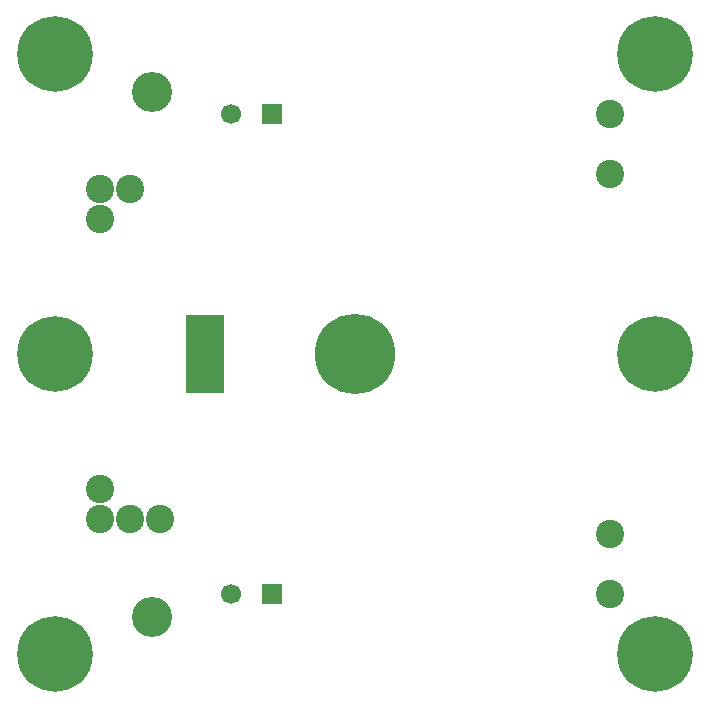
<source format=gbr>
G04 #@! TF.FileFunction,Soldermask,Bot*
%FSLAX46Y46*%
G04 Gerber Fmt 4.6, Leading zero omitted, Abs format (unit mm)*
G04 Created by KiCad (PCBNEW 4.0.5) date 04/25/17 13:15:46*
%MOMM*%
%LPD*%
G01*
G04 APERTURE LIST*
%ADD10C,0.100000*%
%ADD11C,1.700000*%
%ADD12R,1.700000X1.700000*%
%ADD13C,3.400000*%
%ADD14C,2.400000*%
%ADD15C,6.800000*%
%ADD16R,3.200000X6.600000*%
%ADD17C,6.400000*%
G04 APERTURE END LIST*
D10*
D11*
X141915000Y-55880000D03*
D12*
X145415000Y-55880000D03*
D11*
X141915000Y-96520000D03*
D12*
X145415000Y-96520000D03*
D13*
X135255000Y-53975000D03*
X135255000Y-98425000D03*
D14*
X133350000Y-62230000D03*
X130810000Y-62230000D03*
X130810000Y-64770000D03*
X130810000Y-87630000D03*
X130810000Y-90170000D03*
X133350000Y-90170000D03*
X135890000Y-90170000D03*
X173990000Y-55880000D03*
X173990000Y-60960000D03*
X173990000Y-91440000D03*
X173990000Y-96520000D03*
D15*
X152400000Y-76200000D03*
D16*
X139700000Y-76200000D03*
D17*
X177800000Y-50800000D03*
X127000000Y-50800000D03*
X177800000Y-76200000D03*
X127000000Y-76200000D03*
X127000000Y-101600000D03*
X177800000Y-101600000D03*
M02*

</source>
